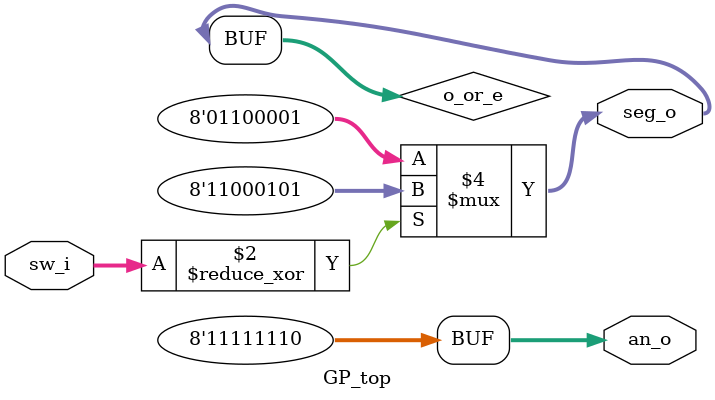
<source format=v>
`timescale 1ns / 1ps

module GP_top(sw_i, an_o, seg_o);
    input [15:0] sw_i;
    output [7:0] an_o, seg_o;
    reg [7:0] o_or_e;
    assign an_o = 8'b11111110;
    
    always @ (sw_i)
        begin
        if(^sw_i)
        o_or_e = 8'b11000101;  //nieparzysta ilosc '1'
        else
        o_or_e = 8'b01100001;  //parzysta ilosc '1'
        end
    assign seg_o = o_or_e;
endmodule

</source>
